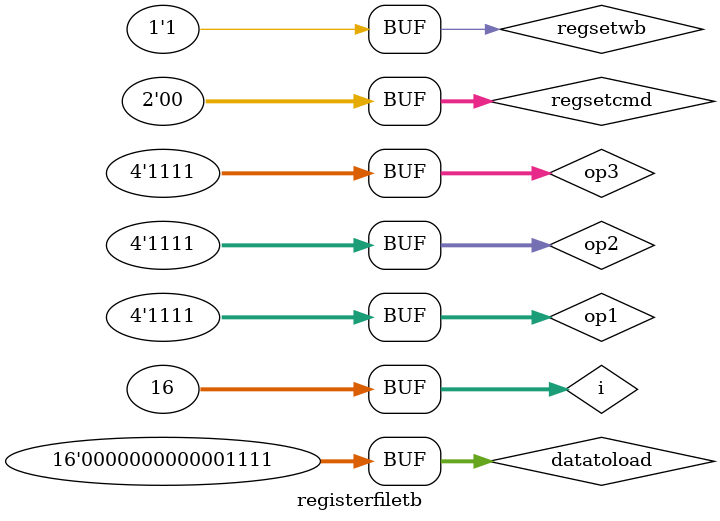
<source format=v>
module registerfiletb();

parameter WORD_SIZE = 16; // A. from 8 to 16
parameter OPERAND_SIZE = 4;
parameter REGS_NUMBER_WIDTH = 4; // A. from 2 we changed it to 4 cause 4^4 = 16
parameter REGISTERS_NUMBER = 1 << REGS_NUMBER_WIDTH;

reg [OPERAND_SIZE-1:0] op1,op2,op3;
reg [WORD_SIZE-1:0] datatoload;
reg [1:0] regsetcmd;
reg regsetwb;

wire [WORD_SIZE-1:0] regop;
wire [WORD_SIZE-1:0] alu1; // operand 1 of alu
wire [WORD_SIZE-1:0] alu2; // operand 2 of alu

MCPU_Registerfile registerfiletb(op1, op2, op3, regop, alu1, alu2, datatoload, regsetwb, regsetcmd);

integer i;
initial begin
  
  regsetwb = 0;             // we set this signal to 0 -> unit needs NOT to act befor we set our inputs
  for(i=0; i<REGISTERS_NUMBER; i=i+1) begin 
    #2
    op1=i;                    // set operand 1 = i
    op2=i;                    // set operand 2 = i
    op3=i;                    // set operand 3 = i
    datatoload = 8'b00001111; // we load 8bit data 00001111
    regsetcmd = 00;           // our reset command is 00 -> no reset
    regsetwb = 1;             // now we set the signal to 1 -> unit needs to act now
  end
end
endmodule
</source>
